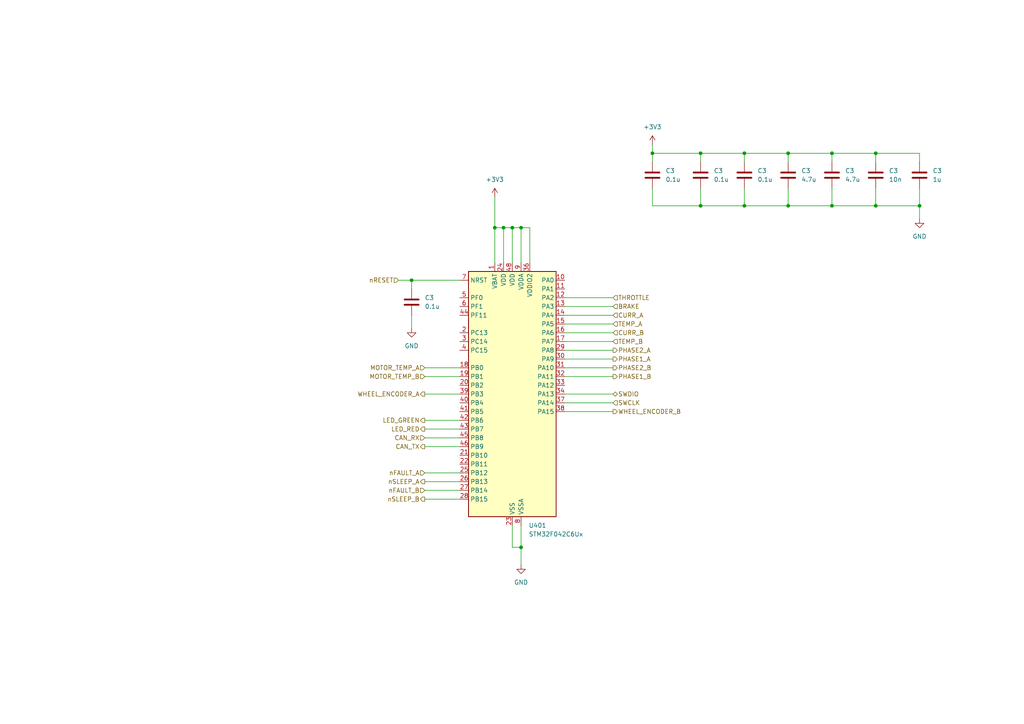
<source format=kicad_sch>
(kicad_sch (version 20230121) (generator eeschema)
  (paper "A4")
  (lib_symbols
    (symbol "Device:C" (pin_numbers hide) (pin_names (offset 0.254))
      (property "Reference" "C" (at 0.635 2.54 0))
      (property "Value" "C" (at 0.635 -2.54 0))
      (symbol "C_0_1"
        (polyline (pts (xy -2.032 -0.762) (xy 2.032 -0.762)) (stroke (width 0.508)))
        (polyline (pts (xy -2.032 0.762) (xy 2.032 0.762)) (stroke (width 0.508)))
      )
      (symbol "C_1_1"
        (pin passive line (at 0 3.81 270) (length 2.794) (name "~") (number "1"))
        (pin passive line (at 0 -3.81 90) (length 2.794) (name "~") (number "2"))
      )
    )
    (symbol "MCU_ST_STM32F0:STM32F042C6Ux"
      (property "Reference" "U" (at -12.7 36.83 0))
      (property "Value" "STM32F042C6Ux" (at 7.62 36.83 0))
      (symbol "STM32F042C6Ux_0_1"
        (rectangle (start -12.7 -35.56) (end 12.7 35.56) (stroke (width 0.254)) (fill (type background)))
      )
      (symbol "STM32F042C6Ux_1_1"
        (pin power_in line (at -5.08 38.1 270) (length 2.54) (name "VBAT") (number "1"))
        (pin bidirectional line (at 15.24 33.02 180) (length 2.54) (name "PA0") (number "10"))
        (pin bidirectional line (at 15.24 30.48 180) (length 2.54) (name "PA1") (number "11"))
        (pin bidirectional line (at 15.24 27.94 180) (length 2.54) (name "PA2") (number "12"))
        (pin bidirectional line (at 15.24 25.4 180) (length 2.54) (name "PA3") (number "13"))
        (pin bidirectional line (at 15.24 22.86 180) (length 2.54) (name "PA4") (number "14"))
        (pin bidirectional line (at 15.24 20.32 180) (length 2.54) (name "PA5") (number "15"))
        (pin bidirectional line (at 15.24 17.78 180) (length 2.54) (name "PA6") (number "16"))
        (pin bidirectional line (at 15.24 15.24 180) (length 2.54) (name "PA7") (number "17"))
        (pin bidirectional line (at -15.24 7.62 0) (length 2.54) (name "PB0") (number "18"))
        (pin bidirectional line (at -15.24 5.08 0) (length 2.54) (name "PB1") (number "19"))
        (pin bidirectional line (at -15.24 17.78 0) (length 2.54) (name "PC13") (number "2"))
        (pin bidirectional line (at -15.24 2.54 0) (length 2.54) (name "PB2") (number "20"))
        (pin bidirectional line (at -15.24 -17.78 0) (length 2.54) (name "PB10") (number "21"))
        (pin bidirectional line (at -15.24 -20.32 0) (length 2.54) (name "PB11") (number "22"))
        (pin power_in line (at 0 -38.1 90) (length 2.54) (name "VSS") (number "23"))
        (pin power_in line (at -2.54 38.1 270) (length 2.54) (name "VDD") (number "24"))
        (pin bidirectional line (at -15.24 -22.86 0) (length 2.54) (name "PB12") (number "25"))
        (pin bidirectional line (at -15.24 -25.4 0) (length 2.54) (name "PB13") (number "26"))
        (pin bidirectional line (at -15.24 -27.94 0) (length 2.54) (name "PB14") (number "27"))
        (pin bidirectional line (at -15.24 -30.48 0) (length 2.54) (name "PB15") (number "28"))
        (pin bidirectional line (at 15.24 12.7 180) (length 2.54) (name "PA8") (number "29"))
        (pin bidirectional line (at -15.24 15.24 0) (length 2.54) (name "PC14") (number "3"))
        (pin bidirectional line (at 15.24 10.16 180) (length 2.54) (name "PA9") (number "30"))
        (pin bidirectional line (at 15.24 7.62 180) (length 2.54) (name "PA10") (number "31"))
        (pin bidirectional line (at 15.24 5.08 180) (length 2.54) (name "PA11") (number "32"))
        (pin bidirectional line (at 15.24 2.54 180) (length 2.54) (name "PA12") (number "33"))
        (pin bidirectional line (at 15.24 0 180) (length 2.54) (name "PA13") (number "34"))
        (pin passive line (at 0 -38.1 90) (length 2.54) hide (name "VSS") (number "35"))
        (pin power_in line (at 5.08 38.1 270) (length 2.54) (name "VDDIO2") (number "36"))
        (pin bidirectional line (at 15.24 -2.54 180) (length 2.54) (name "PA14") (number "37"))
        (pin bidirectional line (at 15.24 -5.08 180) (length 2.54) (name "PA15") (number "38"))
        (pin bidirectional line (at -15.24 0 0) (length 2.54) (name "PB3") (number "39"))
        (pin bidirectional line (at -15.24 12.7 0) (length 2.54) (name "PC15") (number "4"))
        (pin bidirectional line (at -15.24 -2.54 0) (length 2.54) (name "PB4") (number "40"))
        (pin bidirectional line (at -15.24 -5.08 0) (length 2.54) (name "PB5") (number "41"))
        (pin bidirectional line (at -15.24 -7.62 0) (length 2.54) (name "PB6") (number "42"))
        (pin bidirectional line (at -15.24 -10.16 0) (length 2.54) (name "PB7") (number "43"))
        (pin bidirectional line (at -15.24 22.86 0) (length 2.54) (name "PF11") (number "44"))
        (pin bidirectional line (at -15.24 -12.7 0) (length 2.54) (name "PB8") (number "45"))
        (pin bidirectional line (at -15.24 -15.24 0) (length 2.54) (name "PB9") (number "46"))
        (pin passive line (at 0 -38.1 90) (length 2.54) hide (name "VSS") (number "47"))
        (pin power_in line (at 0 38.1 270) (length 2.54) (name "VDD") (number "48"))
        (pin passive line (at 0 -38.1 90) (length 2.54) hide (name "VSS") (number "49"))
        (pin bidirectional line (at -15.24 27.94 0) (length 2.54) (name "PF0") (number "5"))
        (pin bidirectional line (at -15.24 25.4 0) (length 2.54) (name "PF1") (number "6"))
        (pin input line (at -15.24 33.02 0) (length 2.54) (name "NRST") (number "7"))
        (pin power_in line (at 2.54 -38.1 90) (length 2.54) (name "VSSA") (number "8"))
        (pin power_in line (at 2.54 38.1 270) (length 2.54) (name "VDDA") (number "9"))
      )
    )
    (symbol "power:+3V3" (power) (pin_names (offset 0))
      (property "Value" "+3V3" (at 0 3.556 0))
      (symbol "+3V3_0_1"
        (polyline (pts (xy -0.762 1.27) (xy 0 2.54)))
        (polyline (pts (xy 0 0) (xy 0 2.54)))
        (polyline (pts (xy 0 2.54) (xy 0.762 1.27)))
      )
      (symbol "+3V3_1_1"
        (pin power_in line (at 0 0 90) (length 0) hide (name "+3V3") (number "1"))
      )
    )
    (symbol "power:GND" (power) (pin_names (offset 0))
      (property "Value" "GND" (at 0 -3.81 0))
      (symbol "GND_0_1"
        (polyline (pts (xy 0 0) (xy 0 -1.27) (xy 1.27 -1.27) (xy 0 -2.54) (xy -1.27 -1.27) (xy 0 -1.27)))
      )
      (symbol "GND_1_1"
        (pin power_in line (at 0 0 270) (length 0) hide (name "GND") (number "1"))
      )
    )
  )
  (junction (at 151.13 158.75))
  (junction (at 189.23 44.45))
  (junction (at 266.7 59.69))
  (junction (at 228.6 44.45))
  (junction (at 146.05 66.04))
  (junction (at 215.9 59.69))
  (junction (at 215.9 44.45))
  (junction (at 203.2 59.69))
  (junction (at 143.51 66.04))
  (junction (at 254 44.45))
  (junction (at 254 59.69))
  (junction (at 148.59 66.04))
  (junction (at 151.13 66.04))
  (junction (at 228.6 59.69))
  (junction (at 203.2 44.45))
  (junction (at 241.3 59.69))
  (junction (at 241.3 44.45))
  (junction (at 119.38 81.28))
  (wire (pts (xy 163.83 91.44) (xy 177.8 91.44)))
  (wire (pts (xy 215.9 59.69) (xy 228.6 59.69)))
  (wire (pts (xy 189.23 41.91) (xy 189.23 44.45)))
  (wire (pts (xy 151.13 158.75) (xy 151.13 163.83)))
  (wire (pts (xy 266.7 59.69) (xy 266.7 63.5)))
  (wire (pts (xy 163.83 96.52) (xy 177.8 96.52)))
  (wire (pts (xy 203.2 46.99) (xy 203.2 44.45)))
  (wire (pts (xy 215.9 54.61) (xy 215.9 59.69)))
  (wire (pts (xy 123.19 121.92) (xy 133.35 121.92)))
  (wire (pts (xy 189.23 44.45) (xy 189.23 46.99)))
  (wire (pts (xy 215.9 46.99) (xy 215.9 44.45)))
  (wire (pts (xy 146.05 66.04) (xy 143.51 66.04)))
  (wire (pts (xy 123.19 142.24) (xy 133.35 142.24)))
  (wire (pts (xy 163.83 104.14) (xy 177.8 104.14)))
  (wire (pts (xy 123.19 114.3) (xy 133.35 114.3)))
  (wire (pts (xy 254 46.99) (xy 254 44.45)))
  (wire (pts (xy 228.6 54.61) (xy 228.6 59.69)))
  (wire (pts (xy 151.13 76.2) (xy 151.13 66.04)))
  (wire (pts (xy 254 59.69) (xy 266.7 59.69)))
  (wire (pts (xy 153.67 76.2) (xy 153.67 66.04)))
  (wire (pts (xy 163.83 93.98) (xy 177.8 93.98)))
  (wire (pts (xy 163.83 86.36) (xy 177.8 86.36)))
  (wire (pts (xy 189.23 54.61) (xy 189.23 59.69)))
  (wire (pts (xy 123.19 124.46) (xy 133.35 124.46)))
  (wire (pts (xy 203.2 54.61) (xy 203.2 59.69)))
  (wire (pts (xy 123.19 139.7) (xy 133.35 139.7)))
  (wire (pts (xy 203.2 44.45) (xy 215.9 44.45)))
  (wire (pts (xy 115.57 81.28) (xy 119.38 81.28)))
  (wire (pts (xy 228.6 59.69) (xy 241.3 59.69)))
  (wire (pts (xy 148.59 152.4) (xy 148.59 158.75)))
  (wire (pts (xy 143.51 66.04) (xy 143.51 76.2)))
  (wire (pts (xy 163.83 116.84) (xy 177.8 116.84)))
  (wire (pts (xy 148.59 158.75) (xy 151.13 158.75)))
  (wire (pts (xy 163.83 114.3) (xy 177.8 114.3)))
  (wire (pts (xy 123.19 144.78) (xy 133.35 144.78)))
  (wire (pts (xy 254 54.61) (xy 254 59.69)))
  (wire (pts (xy 123.19 129.54) (xy 133.35 129.54)))
  (wire (pts (xy 254 44.45) (xy 241.3 44.45)))
  (wire (pts (xy 266.7 46.99) (xy 266.7 44.45)))
  (wire (pts (xy 119.38 81.28) (xy 119.38 83.82)))
  (wire (pts (xy 163.83 99.06) (xy 177.8 99.06)))
  (wire (pts (xy 163.83 101.6) (xy 177.8 101.6)))
  (wire (pts (xy 241.3 46.99) (xy 241.3 44.45)))
  (wire (pts (xy 148.59 66.04) (xy 146.05 66.04)))
  (wire (pts (xy 151.13 66.04) (xy 148.59 66.04)))
  (wire (pts (xy 119.38 81.28) (xy 133.35 81.28)))
  (wire (pts (xy 163.83 106.68) (xy 177.8 106.68)))
  (wire (pts (xy 163.83 119.38) (xy 177.8 119.38)))
  (wire (pts (xy 228.6 46.99) (xy 228.6 44.45)))
  (wire (pts (xy 241.3 54.61) (xy 241.3 59.69)))
  (wire (pts (xy 123.19 106.68) (xy 133.35 106.68)))
  (wire (pts (xy 163.83 109.22) (xy 177.8 109.22)))
  (wire (pts (xy 143.51 57.15) (xy 143.51 66.04)))
  (wire (pts (xy 123.19 127) (xy 133.35 127)))
  (wire (pts (xy 189.23 59.69) (xy 203.2 59.69)))
  (wire (pts (xy 228.6 44.45) (xy 241.3 44.45)))
  (wire (pts (xy 153.67 66.04) (xy 151.13 66.04)))
  (wire (pts (xy 266.7 54.61) (xy 266.7 59.69)))
  (wire (pts (xy 241.3 59.69) (xy 254 59.69)))
  (wire (pts (xy 266.7 44.45) (xy 254 44.45)))
  (wire (pts (xy 123.19 137.16) (xy 133.35 137.16)))
  (wire (pts (xy 146.05 76.2) (xy 146.05 66.04)))
  (wire (pts (xy 119.38 91.44) (xy 119.38 95.25)))
  (wire (pts (xy 123.19 109.22) (xy 133.35 109.22)))
  (wire (pts (xy 148.59 76.2) (xy 148.59 66.04)))
  (wire (pts (xy 151.13 152.4) (xy 151.13 158.75)))
  (wire (pts (xy 203.2 59.69) (xy 215.9 59.69)))
  (wire (pts (xy 189.23 44.45) (xy 203.2 44.45)))
  (wire (pts (xy 163.83 88.9) (xy 177.8 88.9)))
  (wire (pts (xy 215.9 44.45) (xy 228.6 44.45)))
  (hierarchical_label "LED_RED" (shape output) (at 123.19 124.46 180))
  (hierarchical_label "BRAKE" (shape input) (at 177.8 88.9 0))
  (hierarchical_label "PHASE1_A" (shape output) (at 177.8 104.14 0))
  (hierarchical_label "PHASE2_A" (shape output) (at 177.8 101.6 0))
  (hierarchical_label "WHEEL_ENCODER_A" (shape output) (at 123.19 114.3 180))
  (hierarchical_label "LED_GREEN" (shape output) (at 123.19 121.92 180))
  (hierarchical_label "MOTOR_TEMP_B" (shape input) (at 123.19 109.22 180))
  (hierarchical_label "CAN_RX" (shape input) (at 123.19 127 180))
  (hierarchical_label "PHASE2_B" (shape output) (at 177.8 106.68 0))
  (hierarchical_label "nFAULT_A" (shape input) (at 123.19 137.16 180))
  (hierarchical_label "CURR_B" (shape input) (at 177.8 96.52 0))
  (hierarchical_label "nSLEEP_B" (shape output) (at 123.19 144.78 180))
  (hierarchical_label "PHASE1_B" (shape output) (at 177.8 109.22 0))
  (hierarchical_label "WHEEL_ENCODER_B" (shape output) (at 177.8 119.38 0))
  (hierarchical_label "TEMP_A" (shape input) (at 177.8 93.98 0))
  (hierarchical_label "CAN_TX" (shape output) (at 123.19 129.54 180))
  (hierarchical_label "nFAULT_B" (shape input) (at 123.19 142.24 180))
  (hierarchical_label "SWDIO" (shape bidirectional) (at 177.8 114.3 0))
  (hierarchical_label "SWCLK" (shape input) (at 177.8 116.84 0))
  (hierarchical_label "nSLEEP_A" (shape output) (at 123.19 139.7 180))
  (hierarchical_label "CURR_A" (shape input) (at 177.8 91.44 0))
  (hierarchical_label "TEMP_B" (shape input) (at 177.8 99.06 0))
  (hierarchical_label "THROTTLE" (shape input) (at 177.8 86.36 0))
  (hierarchical_label "MOTOR_TEMP_A" (shape input) (at 123.19 106.68 180))
  (hierarchical_label "nRESET" (shape input) (at 115.57 81.28 180))
  (symbol (lib_id "Device:C") (at 241.3 50.8 0) (unit 1)
    (property "Reference" "C3" (at 245.11 49.53 0) (effects (justify left)))
    (property "Value" "4.7u" (at 245.11 52.07 0) (effects (justify left)))
    (property "Footprint" "Capacitor_SMD:C_0603_1608Metric_Pad1.08x0.95mm_HandSolder" (effects hide))
    (instances (project "go-kart-esc" (path "" (reference "C3") (unit 1)) (path "" (reference "C406") (unit 1))))
  )
  (symbol (lib_id "power:+3V3") (at 143.51 57.15 0) (unit 1)
    (property "Reference" "#PWR08" (effects hide))
    (property "Value" "+3V3" (at 143.51 52.07 0))
    (instances (project "go-kart-esc" (path "" (reference "#PWR08") (unit 1)) (path "" (reference "#PWR06") (unit 1)) (path "" (reference "#PWR0402") (unit 1))))
  )
  (symbol (lib_id "Device:C") (at 215.9 50.8 0) (unit 1)
    (property "Reference" "C3" (at 219.71 49.53 0) (effects (justify left)))
    (property "Value" "0.1u" (at 219.71 52.07 0) (effects (justify left)))
    (property "Footprint" "Capacitor_SMD:C_0402_1005Metric_Pad0.74x0.62mm_HandSolder" (effects hide))
    (instances (project "go-kart-esc" (path "" (reference "C3") (unit 1)) (path "" (reference "C404") (unit 1))))
  )
  (symbol (lib_id "MCU_ST_STM32F0:STM32F042C6Ux") (at 148.59 114.3 0) (unit 1)
    (property "Reference" "U401" (at 153.3241 152.4 0) (effects (justify left)))
    (property "Value" "STM32F042C6Ux" (at 153.3241 154.94 0) (effects (justify left)))
    (property "Footprint" "Package_DFN_QFN:QFN-48-1EP_7x7mm_P0.5mm_EP5.6x5.6mm" (effects hide))
    (property "Datasheet" "https://www.st.com/resource/en/datasheet/stm32f042c6.pdf" (effects hide))
  )
  (symbol (lib_id "power:GND") (at 266.7 63.5 0) (unit 1)
    (property "Reference" "#PWR01" (effects hide))
    (property "Value" "GND" (at 266.7 68.58 0))
    (instances (project "go-kart-esc" (path "" (reference "#PWR01") (unit 1)) (path "" (reference "#PWR027") (unit 1)) (path "" (reference "#PWR0405") (unit 1))))
  )
  (symbol (lib_id "power:+3V3") (at 189.23 41.91 0) (unit 1)
    (property "Reference" "#PWR08" (effects hide))
    (property "Value" "+3V3" (at 189.23 36.83 0))
    (instances (project "go-kart-esc" (path "" (reference "#PWR08") (unit 1)) (path "" (reference "#PWR06") (unit 1)) (path "" (reference "#PWR0404") (unit 1))))
  )
  (symbol (lib_id "Device:C") (at 189.23 50.8 0) (unit 1)
    (property "Reference" "C3" (at 193.04 49.53 0) (effects (justify left)))
    (property "Value" "0.1u" (at 193.04 52.07 0) (effects (justify left)))
    (property "Footprint" "Capacitor_SMD:C_0402_1005Metric_Pad0.74x0.62mm_HandSolder" (effects hide))
    (instances (project "go-kart-esc" (path "" (reference "C3") (unit 1)) (path "" (reference "C402") (unit 1))))
  )
  (symbol (lib_id "Device:C") (at 119.38 87.63 0) (unit 1)
    (property "Reference" "C3" (at 123.19 86.36 0) (effects (justify left)))
    (property "Value" "0.1u" (at 123.19 88.9 0) (effects (justify left)))
    (property "Footprint" "Capacitor_SMD:C_0402_1005Metric_Pad0.74x0.62mm_HandSolder" (effects hide))
    (instances (project "go-kart-esc" (path "" (reference "C3") (unit 1)) (path "" (reference "C401") (unit 1))))
  )
  (symbol (lib_id "power:GND") (at 151.13 163.83 0) (unit 1)
    (property "Reference" "#PWR01" (effects hide))
    (property "Value" "GND" (at 151.13 168.91 0))
    (instances (project "go-kart-esc" (path "" (reference "#PWR01") (unit 1)) (path "" (reference "#PWR027") (unit 1)) (path "" (reference "#PWR0403") (unit 1))))
  )
  (symbol (lib_id "Device:C") (at 228.6 50.8 0) (unit 1)
    (property "Reference" "C3" (at 232.41 49.53 0) (effects (justify left)))
    (property "Value" "4.7u" (at 232.41 52.07 0) (effects (justify left)))
    (property "Footprint" "Capacitor_SMD:C_0603_1608Metric_Pad1.08x0.95mm_HandSolder" (effects hide))
    (instances (project "go-kart-esc" (path "" (reference "C3") (unit 1)) (path "" (reference "C405") (unit 1))))
  )
  (symbol (lib_id "power:GND") (at 119.38 95.25 0) (unit 1)
    (property "Reference" "#PWR01" (effects hide))
    (property "Value" "GND" (at 119.38 100.33 0))
    (instances (project "go-kart-esc" (path "" (reference "#PWR01") (unit 1)) (path "" (reference "#PWR027") (unit 1)) (path "" (reference "#PWR0401") (unit 1))))
  )
  (symbol (lib_id "Device:C") (at 266.7 50.8 0) (unit 1)
    (property "Reference" "C3" (at 270.51 49.53 0) (effects (justify left)))
    (property "Value" "1u" (at 270.51 52.07 0) (effects (justify left)))
    (property "Footprint" "Capacitor_SMD:C_0402_1005Metric_Pad0.74x0.62mm_HandSolder" (effects hide))
    (instances (project "go-kart-esc" (path "" (reference "C3") (unit 1)) (path "" (reference "C408") (unit 1))))
  )
  (symbol (lib_id "Device:C") (at 203.2 50.8 0) (unit 1)
    (property "Reference" "C3" (at 207.01 49.53 0) (effects (justify left)))
    (property "Value" "0.1u" (at 207.01 52.07 0) (effects (justify left)))
    (property "Footprint" "Capacitor_SMD:C_0402_1005Metric_Pad0.74x0.62mm_HandSolder" (effects hide))
    (instances (project "go-kart-esc" (path "" (reference "C3") (unit 1)) (path "" (reference "C403") (unit 1))))
  )
  (symbol (lib_id "Device:C") (at 254 50.8 0) (unit 1)
    (property "Reference" "C3" (at 257.81 49.53 0) (effects (justify left)))
    (property "Value" "10n" (at 257.81 52.07 0) (effects (justify left)))
    (property "Footprint" "Capacitor_SMD:C_0402_1005Metric_Pad0.74x0.62mm_HandSolder" (effects hide))
    (instances (project "go-kart-esc" (path "" (reference "C3") (unit 1)) (path "" (reference "C407") (unit 1))))
  )
)
</source>
